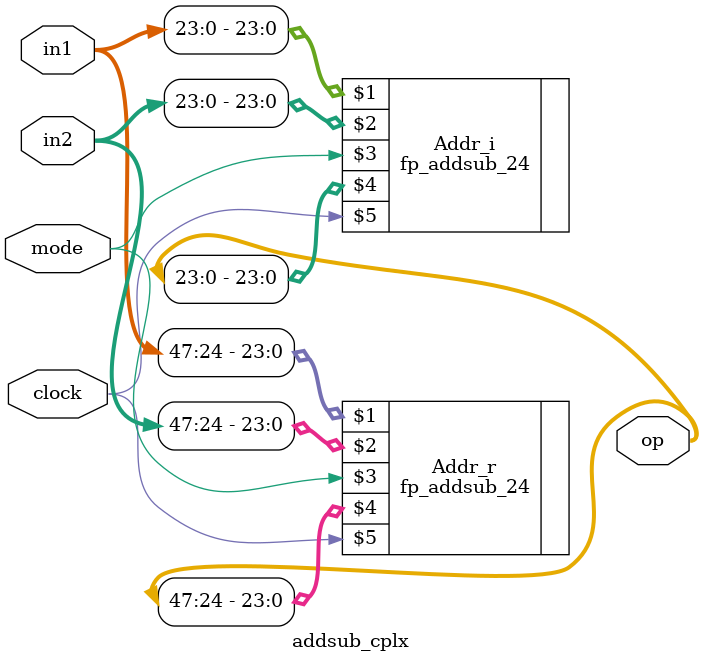
<source format=v>
module addsub_cplx(in1,in2,mode,op,clock);
parameter width = 48;
parameter msb=(width)/2;
parameter lsb = (width-2)/2;
input [(width-1):0] in1,in2;
input mode,clock;
output [width-1 :0]op;
//output done_flag;
wire [1:0] done_temp;
wire [7:0] status1,status2;
fp_addsub_24 Addr_r(in1[width-1 :msb],in2[width-1 :msb],mode,op[width-1: msb],clock);
fp_addsub_24 Addr_i(in1[lsb:0],in2[lsb:0],mode,op[lsb:0],clock);
//done_flag_tester dft1(done_temp,done_flag);
endmodule

</source>
